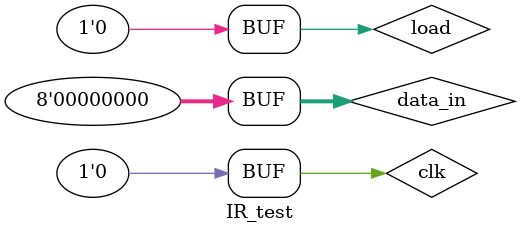
<source format=v>
`timescale 1ns / 1ps


module IR_test;

	// Inputs
	reg [7:0] data_in;
	reg load;
	reg clk;

	// Outputs
	wire [7:0] data_out;

	// Instantiate the Unit Under Test (UUT)
	IR uut (
		.data_in(data_in), 
		.load(load), 
		.clk(clk), 
		.data_out(data_out)
	);

	initial begin
		// Initialize Inputs
		data_in = 0;
		load = 0;
		clk = 0;

		// Wait 100 ns for global reset to finish
		#100;
        
		// Add stimulus here

	end
      
endmodule


</source>
